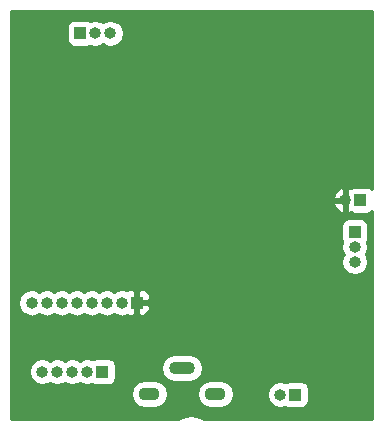
<source format=gbr>
G04 #@! TF.FileFunction,Copper,L2,Bot,Signal*
%FSLAX46Y46*%
G04 Gerber Fmt 4.6, Leading zero omitted, Abs format (unit mm)*
G04 Created by KiCad (PCBNEW 4.0.2-stable) date 21/04/2017 02:40:48 p.m.*
%MOMM*%
G01*
G04 APERTURE LIST*
%ADD10C,0.100000*%
%ADD11R,1.000000X1.000000*%
%ADD12O,1.000000X1.000000*%
%ADD13O,1.800000X1.100000*%
%ADD14O,2.200000X1.100000*%
%ADD15C,1.000000*%
%ADD16C,0.250000*%
%ADD17C,0.254000*%
G04 APERTURE END LIST*
D10*
D11*
X151380000Y-144520000D03*
D12*
X150110000Y-144520000D03*
X148840000Y-144520000D03*
X147570000Y-144520000D03*
X146300000Y-144520000D03*
X145030000Y-144520000D03*
X143760000Y-144520000D03*
X142490000Y-144520000D03*
D11*
X169850000Y-138510000D03*
D12*
X169850000Y-139780000D03*
X169850000Y-141050000D03*
D11*
X170330000Y-135820000D03*
D12*
X169060000Y-135820000D03*
D11*
X164810000Y-152290000D03*
D12*
X163540000Y-152290000D03*
D11*
X148470000Y-150340000D03*
D12*
X147200000Y-150340000D03*
X145930000Y-150340000D03*
X144660000Y-150340000D03*
X143390000Y-150340000D03*
D11*
X146607709Y-121689231D03*
D12*
X147877709Y-121689231D03*
X149147709Y-121689231D03*
D13*
X152450000Y-152225000D03*
X158050000Y-152225000D03*
D14*
X155200000Y-150065000D03*
D15*
X151675000Y-149975000D03*
X150070000Y-138880000D03*
X169860000Y-128700000D03*
X157940000Y-130849231D03*
X152702719Y-124221950D03*
X153120000Y-144560000D03*
X167050000Y-143290000D03*
X162835010Y-141260000D03*
D16*
X151675000Y-149975000D02*
X151675000Y-146005000D01*
X151675000Y-146005000D02*
X153120000Y-144560000D01*
X153120000Y-144560000D02*
X159535010Y-144560000D01*
X159535010Y-144560000D02*
X162835010Y-141260000D01*
X162835010Y-141260000D02*
X164865010Y-143290000D01*
X164865010Y-143290000D02*
X167050000Y-143290000D01*
X157940000Y-130849231D02*
X157940000Y-136364990D01*
X157940000Y-136364990D02*
X162835010Y-141260000D01*
X157940000Y-130849231D02*
X167710769Y-130849231D01*
X167710769Y-130849231D02*
X169860000Y-128700000D01*
X152702719Y-124221950D02*
X152702719Y-125611950D01*
X152702719Y-125611950D02*
X157940000Y-130849231D01*
X150070000Y-138880000D02*
X157940000Y-131010000D01*
X157940000Y-131010000D02*
X157940000Y-130849231D01*
D17*
G36*
X171290000Y-134865764D02*
X171081890Y-134723569D01*
X170830000Y-134672560D01*
X169830000Y-134672560D01*
X169594683Y-134716838D01*
X169494968Y-134781003D01*
X169361874Y-134725881D01*
X169187000Y-134852046D01*
X169187000Y-135298075D01*
X169182560Y-135320000D01*
X169182560Y-136320000D01*
X169187000Y-136343597D01*
X169187000Y-136787954D01*
X169361874Y-136914119D01*
X169494398Y-136859233D01*
X169578110Y-136916431D01*
X169830000Y-136967440D01*
X170830000Y-136967440D01*
X171065317Y-136923162D01*
X171281441Y-136784090D01*
X171290000Y-136771563D01*
X171290000Y-154373000D01*
X157107035Y-154373000D01*
X156767812Y-154146338D01*
X156000000Y-153993611D01*
X155232188Y-154146338D01*
X154892965Y-154373000D01*
X140710000Y-154373000D01*
X140710000Y-152225000D01*
X150884928Y-152225000D01*
X150975131Y-152678480D01*
X151232006Y-153062922D01*
X151616448Y-153319797D01*
X152069928Y-153410000D01*
X152830072Y-153410000D01*
X153283552Y-153319797D01*
X153667994Y-153062922D01*
X153924869Y-152678480D01*
X154015072Y-152225000D01*
X156484928Y-152225000D01*
X156575131Y-152678480D01*
X156832006Y-153062922D01*
X157216448Y-153319797D01*
X157669928Y-153410000D01*
X158430072Y-153410000D01*
X158883552Y-153319797D01*
X159267994Y-153062922D01*
X159524869Y-152678480D01*
X159606565Y-152267764D01*
X162405000Y-152267764D01*
X162405000Y-152312236D01*
X162491397Y-152746582D01*
X162737434Y-153114802D01*
X163105654Y-153360839D01*
X163540000Y-153447236D01*
X163974346Y-153360839D01*
X163997759Y-153345195D01*
X164058110Y-153386431D01*
X164310000Y-153437440D01*
X165310000Y-153437440D01*
X165545317Y-153393162D01*
X165761441Y-153254090D01*
X165906431Y-153041890D01*
X165957440Y-152790000D01*
X165957440Y-151790000D01*
X165913162Y-151554683D01*
X165774090Y-151338559D01*
X165561890Y-151193569D01*
X165310000Y-151142560D01*
X164310000Y-151142560D01*
X164074683Y-151186838D01*
X163998927Y-151235586D01*
X163974346Y-151219161D01*
X163540000Y-151132764D01*
X163105654Y-151219161D01*
X162737434Y-151465198D01*
X162491397Y-151833418D01*
X162405000Y-152267764D01*
X159606565Y-152267764D01*
X159615072Y-152225000D01*
X159524869Y-151771520D01*
X159267994Y-151387078D01*
X158883552Y-151130203D01*
X158430072Y-151040000D01*
X157669928Y-151040000D01*
X157216448Y-151130203D01*
X156832006Y-151387078D01*
X156575131Y-151771520D01*
X156484928Y-152225000D01*
X154015072Y-152225000D01*
X153924869Y-151771520D01*
X153667994Y-151387078D01*
X153283552Y-151130203D01*
X152830072Y-151040000D01*
X152069928Y-151040000D01*
X151616448Y-151130203D01*
X151232006Y-151387078D01*
X150975131Y-151771520D01*
X150884928Y-152225000D01*
X140710000Y-152225000D01*
X140710000Y-150317764D01*
X142255000Y-150317764D01*
X142255000Y-150362236D01*
X142341397Y-150796582D01*
X142587434Y-151164802D01*
X142955654Y-151410839D01*
X143390000Y-151497236D01*
X143824346Y-151410839D01*
X144025000Y-151276766D01*
X144225654Y-151410839D01*
X144660000Y-151497236D01*
X145094346Y-151410839D01*
X145295000Y-151276766D01*
X145495654Y-151410839D01*
X145930000Y-151497236D01*
X146364346Y-151410839D01*
X146565000Y-151276766D01*
X146765654Y-151410839D01*
X147200000Y-151497236D01*
X147634346Y-151410839D01*
X147657759Y-151395195D01*
X147718110Y-151436431D01*
X147970000Y-151487440D01*
X148970000Y-151487440D01*
X149205317Y-151443162D01*
X149421441Y-151304090D01*
X149566431Y-151091890D01*
X149617440Y-150840000D01*
X149617440Y-150065000D01*
X153431009Y-150065000D01*
X153521212Y-150518480D01*
X153778087Y-150902922D01*
X154162529Y-151159797D01*
X154616009Y-151250000D01*
X155783991Y-151250000D01*
X156237471Y-151159797D01*
X156621913Y-150902922D01*
X156878788Y-150518480D01*
X156968991Y-150065000D01*
X156878788Y-149611520D01*
X156621913Y-149227078D01*
X156237471Y-148970203D01*
X155783991Y-148880000D01*
X154616009Y-148880000D01*
X154162529Y-148970203D01*
X153778087Y-149227078D01*
X153521212Y-149611520D01*
X153431009Y-150065000D01*
X149617440Y-150065000D01*
X149617440Y-149840000D01*
X149573162Y-149604683D01*
X149434090Y-149388559D01*
X149221890Y-149243569D01*
X148970000Y-149192560D01*
X147970000Y-149192560D01*
X147734683Y-149236838D01*
X147658927Y-149285586D01*
X147634346Y-149269161D01*
X147200000Y-149182764D01*
X146765654Y-149269161D01*
X146565000Y-149403234D01*
X146364346Y-149269161D01*
X145930000Y-149182764D01*
X145495654Y-149269161D01*
X145295000Y-149403234D01*
X145094346Y-149269161D01*
X144660000Y-149182764D01*
X144225654Y-149269161D01*
X144025000Y-149403234D01*
X143824346Y-149269161D01*
X143390000Y-149182764D01*
X142955654Y-149269161D01*
X142587434Y-149515198D01*
X142341397Y-149883418D01*
X142255000Y-150317764D01*
X140710000Y-150317764D01*
X140710000Y-144497764D01*
X141355000Y-144497764D01*
X141355000Y-144542236D01*
X141441397Y-144976582D01*
X141687434Y-145344802D01*
X142055654Y-145590839D01*
X142490000Y-145677236D01*
X142924346Y-145590839D01*
X143125000Y-145456766D01*
X143325654Y-145590839D01*
X143760000Y-145677236D01*
X144194346Y-145590839D01*
X144395000Y-145456766D01*
X144595654Y-145590839D01*
X145030000Y-145677236D01*
X145464346Y-145590839D01*
X145665000Y-145456766D01*
X145865654Y-145590839D01*
X146300000Y-145677236D01*
X146734346Y-145590839D01*
X146935000Y-145456766D01*
X147135654Y-145590839D01*
X147570000Y-145677236D01*
X148004346Y-145590839D01*
X148205000Y-145456766D01*
X148405654Y-145590839D01*
X148840000Y-145677236D01*
X149274346Y-145590839D01*
X149475000Y-145456766D01*
X149675654Y-145590839D01*
X150110000Y-145677236D01*
X150544346Y-145590839D01*
X150565182Y-145576917D01*
X150753690Y-145655000D01*
X151094250Y-145655000D01*
X151253000Y-145496250D01*
X151253000Y-144647000D01*
X151507000Y-144647000D01*
X151507000Y-145496250D01*
X151665750Y-145655000D01*
X152006310Y-145655000D01*
X152239699Y-145558327D01*
X152418327Y-145379698D01*
X152515000Y-145146309D01*
X152515000Y-144805750D01*
X152356250Y-144647000D01*
X151507000Y-144647000D01*
X151253000Y-144647000D01*
X151233000Y-144647000D01*
X151233000Y-144602564D01*
X151245000Y-144542236D01*
X151245000Y-144497764D01*
X151233000Y-144437436D01*
X151233000Y-144393000D01*
X151253000Y-144393000D01*
X151253000Y-143543750D01*
X151507000Y-143543750D01*
X151507000Y-144393000D01*
X152356250Y-144393000D01*
X152515000Y-144234250D01*
X152515000Y-143893691D01*
X152418327Y-143660302D01*
X152239699Y-143481673D01*
X152006310Y-143385000D01*
X151665750Y-143385000D01*
X151507000Y-143543750D01*
X151253000Y-143543750D01*
X151094250Y-143385000D01*
X150753690Y-143385000D01*
X150565182Y-143463083D01*
X150544346Y-143449161D01*
X150110000Y-143362764D01*
X149675654Y-143449161D01*
X149475000Y-143583234D01*
X149274346Y-143449161D01*
X148840000Y-143362764D01*
X148405654Y-143449161D01*
X148205000Y-143583234D01*
X148004346Y-143449161D01*
X147570000Y-143362764D01*
X147135654Y-143449161D01*
X146935000Y-143583234D01*
X146734346Y-143449161D01*
X146300000Y-143362764D01*
X145865654Y-143449161D01*
X145665000Y-143583234D01*
X145464346Y-143449161D01*
X145030000Y-143362764D01*
X144595654Y-143449161D01*
X144395000Y-143583234D01*
X144194346Y-143449161D01*
X143760000Y-143362764D01*
X143325654Y-143449161D01*
X143125000Y-143583234D01*
X142924346Y-143449161D01*
X142490000Y-143362764D01*
X142055654Y-143449161D01*
X141687434Y-143695198D01*
X141441397Y-144063418D01*
X141355000Y-144497764D01*
X140710000Y-144497764D01*
X140710000Y-139780000D01*
X168692764Y-139780000D01*
X168779161Y-140214346D01*
X168913234Y-140415000D01*
X168779161Y-140615654D01*
X168692764Y-141050000D01*
X168779161Y-141484346D01*
X169025198Y-141852566D01*
X169393418Y-142098603D01*
X169827764Y-142185000D01*
X169872236Y-142185000D01*
X170306582Y-142098603D01*
X170674802Y-141852566D01*
X170920839Y-141484346D01*
X171007236Y-141050000D01*
X170920839Y-140615654D01*
X170786766Y-140415000D01*
X170920839Y-140214346D01*
X171007236Y-139780000D01*
X170920839Y-139345654D01*
X170905195Y-139322241D01*
X170946431Y-139261890D01*
X170997440Y-139010000D01*
X170997440Y-138010000D01*
X170953162Y-137774683D01*
X170814090Y-137558559D01*
X170601890Y-137413569D01*
X170350000Y-137362560D01*
X169350000Y-137362560D01*
X169114683Y-137406838D01*
X168898559Y-137545910D01*
X168753569Y-137758110D01*
X168702560Y-138010000D01*
X168702560Y-139010000D01*
X168746838Y-139245317D01*
X168795586Y-139321073D01*
X168779161Y-139345654D01*
X168692764Y-139780000D01*
X140710000Y-139780000D01*
X140710000Y-136121877D01*
X167965868Y-136121877D01*
X168164677Y-136517604D01*
X168499791Y-136807127D01*
X168758126Y-136914119D01*
X168933000Y-136787954D01*
X168933000Y-135947000D01*
X168090865Y-135947000D01*
X167965868Y-136121877D01*
X140710000Y-136121877D01*
X140710000Y-135518123D01*
X167965868Y-135518123D01*
X168090865Y-135693000D01*
X168933000Y-135693000D01*
X168933000Y-134852046D01*
X168758126Y-134725881D01*
X168499791Y-134832873D01*
X168164677Y-135122396D01*
X167965868Y-135518123D01*
X140710000Y-135518123D01*
X140710000Y-121189231D01*
X145460269Y-121189231D01*
X145460269Y-122189231D01*
X145504547Y-122424548D01*
X145643619Y-122640672D01*
X145855819Y-122785662D01*
X146107709Y-122836671D01*
X147107709Y-122836671D01*
X147343026Y-122792393D01*
X147418782Y-122743645D01*
X147443363Y-122760070D01*
X147877709Y-122846467D01*
X148312055Y-122760070D01*
X148512709Y-122625997D01*
X148713363Y-122760070D01*
X149147709Y-122846467D01*
X149582055Y-122760070D01*
X149950275Y-122514033D01*
X150196312Y-122145813D01*
X150282709Y-121711467D01*
X150282709Y-121666995D01*
X150196312Y-121232649D01*
X149950275Y-120864429D01*
X149582055Y-120618392D01*
X149147709Y-120531995D01*
X148713363Y-120618392D01*
X148512709Y-120752465D01*
X148312055Y-120618392D01*
X147877709Y-120531995D01*
X147443363Y-120618392D01*
X147419950Y-120634036D01*
X147359599Y-120592800D01*
X147107709Y-120541791D01*
X146107709Y-120541791D01*
X145872392Y-120586069D01*
X145656268Y-120725141D01*
X145511278Y-120937341D01*
X145460269Y-121189231D01*
X140710000Y-121189231D01*
X140710000Y-119830000D01*
X171290000Y-119830000D01*
X171290000Y-134865764D01*
X171290000Y-134865764D01*
G37*
X171290000Y-134865764D02*
X171081890Y-134723569D01*
X170830000Y-134672560D01*
X169830000Y-134672560D01*
X169594683Y-134716838D01*
X169494968Y-134781003D01*
X169361874Y-134725881D01*
X169187000Y-134852046D01*
X169187000Y-135298075D01*
X169182560Y-135320000D01*
X169182560Y-136320000D01*
X169187000Y-136343597D01*
X169187000Y-136787954D01*
X169361874Y-136914119D01*
X169494398Y-136859233D01*
X169578110Y-136916431D01*
X169830000Y-136967440D01*
X170830000Y-136967440D01*
X171065317Y-136923162D01*
X171281441Y-136784090D01*
X171290000Y-136771563D01*
X171290000Y-154373000D01*
X157107035Y-154373000D01*
X156767812Y-154146338D01*
X156000000Y-153993611D01*
X155232188Y-154146338D01*
X154892965Y-154373000D01*
X140710000Y-154373000D01*
X140710000Y-152225000D01*
X150884928Y-152225000D01*
X150975131Y-152678480D01*
X151232006Y-153062922D01*
X151616448Y-153319797D01*
X152069928Y-153410000D01*
X152830072Y-153410000D01*
X153283552Y-153319797D01*
X153667994Y-153062922D01*
X153924869Y-152678480D01*
X154015072Y-152225000D01*
X156484928Y-152225000D01*
X156575131Y-152678480D01*
X156832006Y-153062922D01*
X157216448Y-153319797D01*
X157669928Y-153410000D01*
X158430072Y-153410000D01*
X158883552Y-153319797D01*
X159267994Y-153062922D01*
X159524869Y-152678480D01*
X159606565Y-152267764D01*
X162405000Y-152267764D01*
X162405000Y-152312236D01*
X162491397Y-152746582D01*
X162737434Y-153114802D01*
X163105654Y-153360839D01*
X163540000Y-153447236D01*
X163974346Y-153360839D01*
X163997759Y-153345195D01*
X164058110Y-153386431D01*
X164310000Y-153437440D01*
X165310000Y-153437440D01*
X165545317Y-153393162D01*
X165761441Y-153254090D01*
X165906431Y-153041890D01*
X165957440Y-152790000D01*
X165957440Y-151790000D01*
X165913162Y-151554683D01*
X165774090Y-151338559D01*
X165561890Y-151193569D01*
X165310000Y-151142560D01*
X164310000Y-151142560D01*
X164074683Y-151186838D01*
X163998927Y-151235586D01*
X163974346Y-151219161D01*
X163540000Y-151132764D01*
X163105654Y-151219161D01*
X162737434Y-151465198D01*
X162491397Y-151833418D01*
X162405000Y-152267764D01*
X159606565Y-152267764D01*
X159615072Y-152225000D01*
X159524869Y-151771520D01*
X159267994Y-151387078D01*
X158883552Y-151130203D01*
X158430072Y-151040000D01*
X157669928Y-151040000D01*
X157216448Y-151130203D01*
X156832006Y-151387078D01*
X156575131Y-151771520D01*
X156484928Y-152225000D01*
X154015072Y-152225000D01*
X153924869Y-151771520D01*
X153667994Y-151387078D01*
X153283552Y-151130203D01*
X152830072Y-151040000D01*
X152069928Y-151040000D01*
X151616448Y-151130203D01*
X151232006Y-151387078D01*
X150975131Y-151771520D01*
X150884928Y-152225000D01*
X140710000Y-152225000D01*
X140710000Y-150317764D01*
X142255000Y-150317764D01*
X142255000Y-150362236D01*
X142341397Y-150796582D01*
X142587434Y-151164802D01*
X142955654Y-151410839D01*
X143390000Y-151497236D01*
X143824346Y-151410839D01*
X144025000Y-151276766D01*
X144225654Y-151410839D01*
X144660000Y-151497236D01*
X145094346Y-151410839D01*
X145295000Y-151276766D01*
X145495654Y-151410839D01*
X145930000Y-151497236D01*
X146364346Y-151410839D01*
X146565000Y-151276766D01*
X146765654Y-151410839D01*
X147200000Y-151497236D01*
X147634346Y-151410839D01*
X147657759Y-151395195D01*
X147718110Y-151436431D01*
X147970000Y-151487440D01*
X148970000Y-151487440D01*
X149205317Y-151443162D01*
X149421441Y-151304090D01*
X149566431Y-151091890D01*
X149617440Y-150840000D01*
X149617440Y-150065000D01*
X153431009Y-150065000D01*
X153521212Y-150518480D01*
X153778087Y-150902922D01*
X154162529Y-151159797D01*
X154616009Y-151250000D01*
X155783991Y-151250000D01*
X156237471Y-151159797D01*
X156621913Y-150902922D01*
X156878788Y-150518480D01*
X156968991Y-150065000D01*
X156878788Y-149611520D01*
X156621913Y-149227078D01*
X156237471Y-148970203D01*
X155783991Y-148880000D01*
X154616009Y-148880000D01*
X154162529Y-148970203D01*
X153778087Y-149227078D01*
X153521212Y-149611520D01*
X153431009Y-150065000D01*
X149617440Y-150065000D01*
X149617440Y-149840000D01*
X149573162Y-149604683D01*
X149434090Y-149388559D01*
X149221890Y-149243569D01*
X148970000Y-149192560D01*
X147970000Y-149192560D01*
X147734683Y-149236838D01*
X147658927Y-149285586D01*
X147634346Y-149269161D01*
X147200000Y-149182764D01*
X146765654Y-149269161D01*
X146565000Y-149403234D01*
X146364346Y-149269161D01*
X145930000Y-149182764D01*
X145495654Y-149269161D01*
X145295000Y-149403234D01*
X145094346Y-149269161D01*
X144660000Y-149182764D01*
X144225654Y-149269161D01*
X144025000Y-149403234D01*
X143824346Y-149269161D01*
X143390000Y-149182764D01*
X142955654Y-149269161D01*
X142587434Y-149515198D01*
X142341397Y-149883418D01*
X142255000Y-150317764D01*
X140710000Y-150317764D01*
X140710000Y-144497764D01*
X141355000Y-144497764D01*
X141355000Y-144542236D01*
X141441397Y-144976582D01*
X141687434Y-145344802D01*
X142055654Y-145590839D01*
X142490000Y-145677236D01*
X142924346Y-145590839D01*
X143125000Y-145456766D01*
X143325654Y-145590839D01*
X143760000Y-145677236D01*
X144194346Y-145590839D01*
X144395000Y-145456766D01*
X144595654Y-145590839D01*
X145030000Y-145677236D01*
X145464346Y-145590839D01*
X145665000Y-145456766D01*
X145865654Y-145590839D01*
X146300000Y-145677236D01*
X146734346Y-145590839D01*
X146935000Y-145456766D01*
X147135654Y-145590839D01*
X147570000Y-145677236D01*
X148004346Y-145590839D01*
X148205000Y-145456766D01*
X148405654Y-145590839D01*
X148840000Y-145677236D01*
X149274346Y-145590839D01*
X149475000Y-145456766D01*
X149675654Y-145590839D01*
X150110000Y-145677236D01*
X150544346Y-145590839D01*
X150565182Y-145576917D01*
X150753690Y-145655000D01*
X151094250Y-145655000D01*
X151253000Y-145496250D01*
X151253000Y-144647000D01*
X151507000Y-144647000D01*
X151507000Y-145496250D01*
X151665750Y-145655000D01*
X152006310Y-145655000D01*
X152239699Y-145558327D01*
X152418327Y-145379698D01*
X152515000Y-145146309D01*
X152515000Y-144805750D01*
X152356250Y-144647000D01*
X151507000Y-144647000D01*
X151253000Y-144647000D01*
X151233000Y-144647000D01*
X151233000Y-144602564D01*
X151245000Y-144542236D01*
X151245000Y-144497764D01*
X151233000Y-144437436D01*
X151233000Y-144393000D01*
X151253000Y-144393000D01*
X151253000Y-143543750D01*
X151507000Y-143543750D01*
X151507000Y-144393000D01*
X152356250Y-144393000D01*
X152515000Y-144234250D01*
X152515000Y-143893691D01*
X152418327Y-143660302D01*
X152239699Y-143481673D01*
X152006310Y-143385000D01*
X151665750Y-143385000D01*
X151507000Y-143543750D01*
X151253000Y-143543750D01*
X151094250Y-143385000D01*
X150753690Y-143385000D01*
X150565182Y-143463083D01*
X150544346Y-143449161D01*
X150110000Y-143362764D01*
X149675654Y-143449161D01*
X149475000Y-143583234D01*
X149274346Y-143449161D01*
X148840000Y-143362764D01*
X148405654Y-143449161D01*
X148205000Y-143583234D01*
X148004346Y-143449161D01*
X147570000Y-143362764D01*
X147135654Y-143449161D01*
X146935000Y-143583234D01*
X146734346Y-143449161D01*
X146300000Y-143362764D01*
X145865654Y-143449161D01*
X145665000Y-143583234D01*
X145464346Y-143449161D01*
X145030000Y-143362764D01*
X144595654Y-143449161D01*
X144395000Y-143583234D01*
X144194346Y-143449161D01*
X143760000Y-143362764D01*
X143325654Y-143449161D01*
X143125000Y-143583234D01*
X142924346Y-143449161D01*
X142490000Y-143362764D01*
X142055654Y-143449161D01*
X141687434Y-143695198D01*
X141441397Y-144063418D01*
X141355000Y-144497764D01*
X140710000Y-144497764D01*
X140710000Y-139780000D01*
X168692764Y-139780000D01*
X168779161Y-140214346D01*
X168913234Y-140415000D01*
X168779161Y-140615654D01*
X168692764Y-141050000D01*
X168779161Y-141484346D01*
X169025198Y-141852566D01*
X169393418Y-142098603D01*
X169827764Y-142185000D01*
X169872236Y-142185000D01*
X170306582Y-142098603D01*
X170674802Y-141852566D01*
X170920839Y-141484346D01*
X171007236Y-141050000D01*
X170920839Y-140615654D01*
X170786766Y-140415000D01*
X170920839Y-140214346D01*
X171007236Y-139780000D01*
X170920839Y-139345654D01*
X170905195Y-139322241D01*
X170946431Y-139261890D01*
X170997440Y-139010000D01*
X170997440Y-138010000D01*
X170953162Y-137774683D01*
X170814090Y-137558559D01*
X170601890Y-137413569D01*
X170350000Y-137362560D01*
X169350000Y-137362560D01*
X169114683Y-137406838D01*
X168898559Y-137545910D01*
X168753569Y-137758110D01*
X168702560Y-138010000D01*
X168702560Y-139010000D01*
X168746838Y-139245317D01*
X168795586Y-139321073D01*
X168779161Y-139345654D01*
X168692764Y-139780000D01*
X140710000Y-139780000D01*
X140710000Y-136121877D01*
X167965868Y-136121877D01*
X168164677Y-136517604D01*
X168499791Y-136807127D01*
X168758126Y-136914119D01*
X168933000Y-136787954D01*
X168933000Y-135947000D01*
X168090865Y-135947000D01*
X167965868Y-136121877D01*
X140710000Y-136121877D01*
X140710000Y-135518123D01*
X167965868Y-135518123D01*
X168090865Y-135693000D01*
X168933000Y-135693000D01*
X168933000Y-134852046D01*
X168758126Y-134725881D01*
X168499791Y-134832873D01*
X168164677Y-135122396D01*
X167965868Y-135518123D01*
X140710000Y-135518123D01*
X140710000Y-121189231D01*
X145460269Y-121189231D01*
X145460269Y-122189231D01*
X145504547Y-122424548D01*
X145643619Y-122640672D01*
X145855819Y-122785662D01*
X146107709Y-122836671D01*
X147107709Y-122836671D01*
X147343026Y-122792393D01*
X147418782Y-122743645D01*
X147443363Y-122760070D01*
X147877709Y-122846467D01*
X148312055Y-122760070D01*
X148512709Y-122625997D01*
X148713363Y-122760070D01*
X149147709Y-122846467D01*
X149582055Y-122760070D01*
X149950275Y-122514033D01*
X150196312Y-122145813D01*
X150282709Y-121711467D01*
X150282709Y-121666995D01*
X150196312Y-121232649D01*
X149950275Y-120864429D01*
X149582055Y-120618392D01*
X149147709Y-120531995D01*
X148713363Y-120618392D01*
X148512709Y-120752465D01*
X148312055Y-120618392D01*
X147877709Y-120531995D01*
X147443363Y-120618392D01*
X147419950Y-120634036D01*
X147359599Y-120592800D01*
X147107709Y-120541791D01*
X146107709Y-120541791D01*
X145872392Y-120586069D01*
X145656268Y-120725141D01*
X145511278Y-120937341D01*
X145460269Y-121189231D01*
X140710000Y-121189231D01*
X140710000Y-119830000D01*
X171290000Y-119830000D01*
X171290000Y-134865764D01*
M02*

</source>
